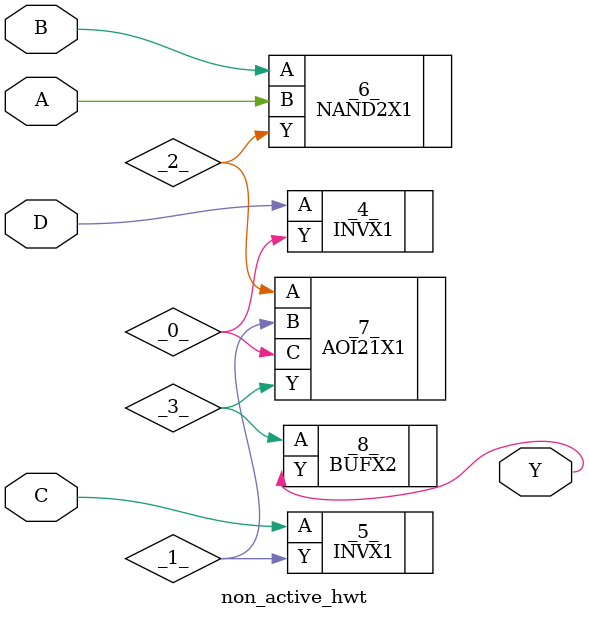
<source format=v>
/* Verilog module written by vlogFanout (qflow) */
/* With clock tree generation and fanout reduction */
/* and gate resizing */

module non_active_hwt(
    input A,
    input B,
    input C,
    input D,
    output Y
);

wire A ;
wire B ;
wire C ;
wire D ;
wire Y ;
wire _1_ ;
wire _3_ ;
wire _0_ ;
wire _2_ ;

INVX1 _4_ (
    .A(D),
    .Y(_0_)
);

INVX1 _5_ (
    .A(C),
    .Y(_1_)
);

NAND2X1 _6_ (
    .A(B),
    .B(A),
    .Y(_2_)
);

AOI21X1 _7_ (
    .A(_2_),
    .B(_1_),
    .C(_0_),
    .Y(_3_)
);

BUFX2 _8_ (
    .A(_3_),
    .Y(Y)
);

endmodule

</source>
